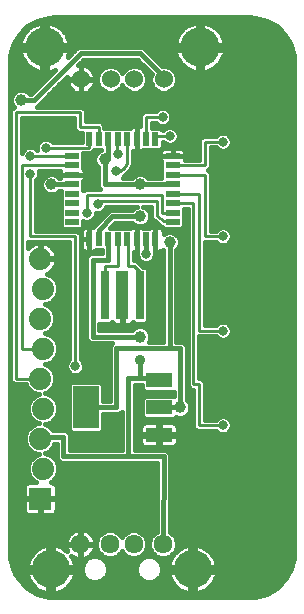
<source format=gtl>
G75*
%MOIN*%
%OFA0B0*%
%FSLAX25Y25*%
%IPPOS*%
%LPD*%
%AMOC8*
5,1,8,0,0,1.08239X$1,22.5*
%
%ADD10R,0.08800X0.04800*%
%ADD11R,0.08661X0.14173*%
%ADD12R,0.07400X0.07400*%
%ADD13C,0.07400*%
%ADD14R,0.01969X0.04724*%
%ADD15R,0.04724X0.01969*%
%ADD16C,0.06022*%
%ADD17C,0.13055*%
%ADD18C,0.06337*%
%ADD19C,0.12661*%
%ADD20R,0.02756X0.16142*%
%ADD21R,0.03937X0.16142*%
%ADD22C,0.03175*%
%ADD23C,0.01000*%
%ADD24C,0.01600*%
%ADD25C,0.03962*%
%ADD26C,0.03569*%
D10*
X0053370Y0116316D03*
X0053370Y0125416D03*
X0053370Y0134516D03*
D11*
X0028969Y0125416D03*
D12*
X0013780Y0095022D03*
D13*
X0014780Y0105022D03*
X0013780Y0115022D03*
X0014780Y0125022D03*
X0013780Y0135022D03*
X0014780Y0145022D03*
X0013780Y0155022D03*
X0014780Y0165022D03*
X0013808Y0175022D03*
D14*
X0030146Y0181518D03*
X0033296Y0181518D03*
X0036446Y0181518D03*
X0039595Y0181518D03*
X0042745Y0181518D03*
X0045894Y0181518D03*
X0049044Y0181518D03*
X0052194Y0181518D03*
X0052194Y0214983D03*
X0049044Y0214983D03*
X0045894Y0214983D03*
X0042745Y0214983D03*
X0039595Y0214983D03*
X0036446Y0214983D03*
X0033296Y0214983D03*
X0029950Y0214983D03*
D15*
X0024438Y0209274D03*
X0024438Y0206124D03*
X0024438Y0202975D03*
X0024438Y0199825D03*
X0024438Y0196676D03*
X0024438Y0193526D03*
X0024438Y0190376D03*
X0024438Y0187227D03*
X0057902Y0187227D03*
X0057902Y0190376D03*
X0057902Y0193526D03*
X0057902Y0196676D03*
X0057902Y0199825D03*
X0057902Y0202975D03*
X0057902Y0206124D03*
X0057902Y0209274D03*
D16*
X0054950Y0234825D03*
X0045107Y0234825D03*
X0037233Y0234825D03*
X0027391Y0234825D03*
D17*
X0015304Y0245494D03*
X0067036Y0245494D03*
D18*
X0054753Y0079865D03*
X0044910Y0079865D03*
X0037036Y0079865D03*
X0027194Y0079865D03*
D19*
X0017351Y0071479D03*
X0064595Y0071479D03*
D20*
X0047076Y0162817D03*
X0035265Y0162817D03*
D21*
X0041170Y0162817D03*
D22*
X0049044Y0176597D03*
X0039202Y0204156D03*
X0039792Y0210061D03*
X0032902Y0193132D03*
X0029359Y0190376D03*
X0029359Y0208093D03*
X0023454Y0219904D03*
X0015580Y0212030D03*
X0010461Y0209274D03*
X0010461Y0203369D03*
X0019123Y0186636D03*
X0029359Y0145101D03*
X0025422Y0139195D03*
X0029359Y0113605D03*
X0060855Y0109668D03*
X0070304Y0147069D03*
X0074635Y0151006D03*
X0070698Y0178565D03*
X0074635Y0182502D03*
X0074635Y0213998D03*
X0061446Y0183290D03*
X0056918Y0215967D03*
X0054556Y0222266D03*
X0074635Y0119510D03*
D23*
X0066761Y0119510D01*
X0066761Y0133290D01*
X0064792Y0133290D01*
X0064792Y0135258D01*
X0064792Y0193526D01*
X0057902Y0193526D01*
X0057902Y0196676D02*
X0066761Y0196676D01*
X0066761Y0151006D01*
X0074635Y0151006D01*
X0074635Y0182502D02*
X0068729Y0182502D01*
X0068729Y0202975D01*
X0057902Y0202975D01*
X0057902Y0206124D02*
X0068729Y0206124D01*
X0068729Y0213998D01*
X0074635Y0213998D01*
X0057902Y0190376D02*
X0054359Y0190376D01*
X0054359Y0196282D01*
X0029359Y0196282D01*
X0029359Y0190376D01*
X0032902Y0193132D02*
X0032902Y0194313D01*
X0052587Y0194313D01*
X0052587Y0189392D01*
X0054950Y0187424D01*
X0057706Y0187424D01*
X0057902Y0187227D01*
X0052194Y0214983D02*
X0052194Y0215967D01*
X0056918Y0215967D01*
X0054556Y0222266D02*
X0049044Y0222266D01*
X0049044Y0214983D01*
X0042745Y0214983D02*
X0042745Y0207699D01*
X0039792Y0210061D02*
X0039202Y0214589D01*
X0039201Y0214589D02*
X0039203Y0214628D01*
X0039209Y0214666D01*
X0039218Y0214703D01*
X0039231Y0214740D01*
X0039248Y0214775D01*
X0039267Y0214808D01*
X0039290Y0214839D01*
X0039316Y0214868D01*
X0039345Y0214894D01*
X0039376Y0214917D01*
X0039409Y0214936D01*
X0039444Y0214953D01*
X0039481Y0214966D01*
X0039518Y0214975D01*
X0039556Y0214981D01*
X0039595Y0214983D01*
X0042745Y0207699D02*
X0042743Y0207583D01*
X0042737Y0207467D01*
X0042728Y0207352D01*
X0042715Y0207237D01*
X0042698Y0207122D01*
X0042677Y0207008D01*
X0042652Y0206894D01*
X0042624Y0206782D01*
X0042592Y0206671D01*
X0042557Y0206560D01*
X0042518Y0206451D01*
X0042475Y0206343D01*
X0042429Y0206237D01*
X0042380Y0206132D01*
X0042327Y0206029D01*
X0042270Y0205928D01*
X0042211Y0205828D01*
X0042148Y0205731D01*
X0042082Y0205635D01*
X0042013Y0205542D01*
X0041941Y0205451D01*
X0041866Y0205363D01*
X0041788Y0205277D01*
X0041707Y0205194D01*
X0041624Y0205113D01*
X0041538Y0205035D01*
X0041450Y0204960D01*
X0041359Y0204888D01*
X0041266Y0204819D01*
X0041170Y0204753D01*
X0041073Y0204690D01*
X0040974Y0204631D01*
X0040872Y0204574D01*
X0040769Y0204521D01*
X0040664Y0204472D01*
X0040558Y0204426D01*
X0040450Y0204383D01*
X0040341Y0204344D01*
X0040230Y0204309D01*
X0040119Y0204277D01*
X0040007Y0204249D01*
X0039893Y0204224D01*
X0039779Y0204203D01*
X0039664Y0204186D01*
X0039549Y0204173D01*
X0039434Y0204164D01*
X0039318Y0204158D01*
X0039202Y0204156D01*
X0033296Y0214983D02*
X0033296Y0218920D01*
X0026997Y0218920D01*
X0026997Y0223841D01*
X0005737Y0223841D01*
X0005737Y0135022D01*
X0013780Y0135022D01*
X0014780Y0145022D02*
X0007706Y0145022D01*
X0007706Y0206124D01*
X0024438Y0206124D01*
X0024438Y0209274D02*
X0010461Y0209274D01*
X0010461Y0203369D02*
X0010461Y0182502D01*
X0025422Y0182502D01*
X0025422Y0139195D01*
X0035265Y0162817D02*
X0035265Y0172660D01*
X0039595Y0172660D01*
X0039595Y0181518D01*
X0042745Y0181518D02*
X0043139Y0181518D01*
X0043139Y0172660D01*
X0045107Y0172660D01*
X0047076Y0170691D01*
X0047076Y0162817D01*
X0029950Y0212030D02*
X0029950Y0214983D01*
X0029950Y0212030D02*
X0015580Y0212030D01*
X0024438Y0210061D02*
X0024438Y0209274D01*
D24*
X0012800Y0063390D02*
X0016558Y0062383D01*
X0018503Y0062255D01*
X0083522Y0062255D01*
X0085467Y0062383D01*
X0089225Y0063390D01*
X0092594Y0065335D01*
X0095345Y0068086D01*
X0097291Y0071455D01*
X0098298Y0075213D01*
X0098425Y0077158D01*
X0098425Y0240602D01*
X0098298Y0242547D01*
X0097291Y0246305D01*
X0095345Y0249675D01*
X0092594Y0252426D01*
X0089225Y0254371D01*
X0085467Y0255378D01*
X0083522Y0255506D01*
X0018503Y0255506D01*
X0016558Y0255378D01*
X0012800Y0254371D01*
X0009431Y0252426D01*
X0006680Y0249675D01*
X0004734Y0246305D01*
X0004734Y0246305D01*
X0003727Y0242547D01*
X0003600Y0240602D01*
X0003600Y0077158D01*
X0003727Y0075213D01*
X0004734Y0071455D01*
X0006680Y0068086D01*
X0009431Y0065335D01*
X0012800Y0063390D01*
X0012345Y0063652D02*
X0015146Y0063652D01*
X0014732Y0063763D02*
X0015762Y0063487D01*
X0016551Y0063383D01*
X0016551Y0070679D01*
X0009256Y0070679D01*
X0009360Y0069889D01*
X0009635Y0068860D01*
X0010043Y0067875D01*
X0010576Y0066952D01*
X0011225Y0066106D01*
X0011979Y0065353D01*
X0012824Y0064704D01*
X0013747Y0064171D01*
X0014732Y0063763D01*
X0016551Y0063652D02*
X0018151Y0063652D01*
X0018151Y0063383D02*
X0018941Y0063487D01*
X0019970Y0063763D01*
X0020955Y0064171D01*
X0021878Y0064704D01*
X0022724Y0065353D01*
X0023477Y0066106D01*
X0024126Y0066952D01*
X0024659Y0067875D01*
X0025067Y0068860D01*
X0025343Y0069889D01*
X0025447Y0070679D01*
X0018151Y0070679D01*
X0018151Y0072279D01*
X0016551Y0072279D01*
X0016551Y0079574D01*
X0015762Y0079470D01*
X0014732Y0079194D01*
X0013747Y0078787D01*
X0012824Y0078254D01*
X0011979Y0077605D01*
X0011225Y0076851D01*
X0010576Y0076006D01*
X0010043Y0075083D01*
X0009635Y0074098D01*
X0009360Y0073068D01*
X0009256Y0072279D01*
X0016551Y0072279D01*
X0016551Y0070679D01*
X0018151Y0070679D01*
X0018151Y0063383D01*
X0018151Y0065251D02*
X0016551Y0065251D01*
X0016551Y0066849D02*
X0018151Y0066849D01*
X0018151Y0068448D02*
X0016551Y0068448D01*
X0016551Y0070046D02*
X0018151Y0070046D01*
X0018151Y0071645D02*
X0027559Y0071645D01*
X0027559Y0072346D02*
X0027559Y0070612D01*
X0028223Y0069010D01*
X0029449Y0067783D01*
X0031051Y0067120D01*
X0032785Y0067120D01*
X0034387Y0067783D01*
X0035614Y0069010D01*
X0036277Y0070612D01*
X0036277Y0072346D01*
X0035614Y0073948D01*
X0034387Y0075174D01*
X0032785Y0075838D01*
X0031051Y0075838D01*
X0029449Y0075174D01*
X0028223Y0073948D01*
X0027559Y0072346D01*
X0027931Y0073243D02*
X0025296Y0073243D01*
X0025343Y0073068D02*
X0025067Y0074098D01*
X0024659Y0075083D01*
X0024180Y0075913D01*
X0024590Y0075615D01*
X0025286Y0075260D01*
X0026030Y0075018D01*
X0026803Y0074896D01*
X0027009Y0074896D01*
X0027009Y0079680D01*
X0022225Y0079680D01*
X0022225Y0079474D01*
X0022348Y0078701D01*
X0022589Y0077957D01*
X0022816Y0077513D01*
X0022724Y0077605D01*
X0021878Y0078254D01*
X0020955Y0078787D01*
X0019970Y0079194D01*
X0018941Y0079470D01*
X0018151Y0079574D01*
X0018151Y0072279D01*
X0025447Y0072279D01*
X0025343Y0073068D01*
X0024759Y0074842D02*
X0029116Y0074842D01*
X0029101Y0075260D02*
X0029798Y0075615D01*
X0030430Y0076075D01*
X0030983Y0076628D01*
X0031443Y0077260D01*
X0031798Y0077957D01*
X0032040Y0078701D01*
X0032162Y0079474D01*
X0032162Y0079680D01*
X0027378Y0079680D01*
X0027378Y0074896D01*
X0027585Y0074896D01*
X0028357Y0075018D01*
X0029101Y0075260D01*
X0030796Y0076440D02*
X0034000Y0076440D01*
X0034448Y0075992D02*
X0036127Y0075296D01*
X0037945Y0075296D01*
X0039624Y0075992D01*
X0040909Y0077277D01*
X0040973Y0077431D01*
X0041037Y0077277D01*
X0042322Y0075992D01*
X0044001Y0075296D01*
X0045819Y0075296D01*
X0047498Y0075992D01*
X0048783Y0077277D01*
X0049479Y0078956D01*
X0049479Y0080773D01*
X0048783Y0082452D01*
X0047498Y0083738D01*
X0045819Y0084433D01*
X0044001Y0084433D01*
X0037946Y0084433D01*
X0037945Y0084433D02*
X0036127Y0084433D01*
X0029172Y0084433D01*
X0029101Y0084469D02*
X0028357Y0084711D01*
X0027585Y0084833D01*
X0027378Y0084833D01*
X0027378Y0080049D01*
X0027009Y0080049D01*
X0027009Y0079680D01*
X0027378Y0079680D01*
X0027378Y0080049D01*
X0032162Y0080049D01*
X0032162Y0080256D01*
X0032040Y0081028D01*
X0031798Y0081772D01*
X0031443Y0082469D01*
X0030983Y0083101D01*
X0030430Y0083654D01*
X0029798Y0084114D01*
X0029101Y0084469D01*
X0027378Y0084433D02*
X0027009Y0084433D01*
X0027009Y0084833D02*
X0026803Y0084833D01*
X0026030Y0084711D01*
X0025286Y0084469D01*
X0024590Y0084114D01*
X0023957Y0083654D01*
X0023404Y0083101D01*
X0022944Y0082469D01*
X0022589Y0081772D01*
X0022348Y0081028D01*
X0022225Y0080256D01*
X0022225Y0080049D01*
X0027009Y0080049D01*
X0027009Y0084833D01*
X0027009Y0082834D02*
X0027378Y0082834D01*
X0027378Y0081236D02*
X0027009Y0081236D01*
X0027009Y0079637D02*
X0027378Y0079637D01*
X0027378Y0078039D02*
X0027009Y0078039D01*
X0027009Y0076440D02*
X0027378Y0076440D01*
X0027793Y0070046D02*
X0025363Y0070046D01*
X0024896Y0068448D02*
X0028785Y0068448D01*
X0034448Y0075992D02*
X0033163Y0077277D01*
X0032468Y0078956D01*
X0032468Y0080773D01*
X0033163Y0082452D01*
X0034448Y0083738D01*
X0036127Y0084433D01*
X0037945Y0084433D02*
X0039624Y0083738D01*
X0040909Y0082452D01*
X0040973Y0082298D01*
X0041037Y0082452D01*
X0042322Y0083738D01*
X0044001Y0084433D01*
X0045820Y0084433D02*
X0052583Y0084433D01*
X0052580Y0083909D02*
X0052165Y0083738D01*
X0050880Y0082452D01*
X0050184Y0080773D01*
X0050184Y0078956D01*
X0050880Y0077277D01*
X0052165Y0075992D01*
X0053844Y0075296D01*
X0055661Y0075296D01*
X0057341Y0075992D01*
X0058626Y0077277D01*
X0059321Y0078956D01*
X0059321Y0080773D01*
X0058626Y0082452D01*
X0057341Y0083738D01*
X0056980Y0083887D01*
X0057143Y0108199D01*
X0057150Y0108205D01*
X0057150Y0109110D01*
X0057156Y0110013D01*
X0057150Y0110019D01*
X0057150Y0110028D01*
X0056510Y0110667D01*
X0055876Y0111310D01*
X0055867Y0111310D01*
X0055861Y0111317D01*
X0054957Y0111317D01*
X0054053Y0111323D01*
X0054047Y0111317D01*
X0045339Y0111317D01*
X0045339Y0133058D01*
X0047570Y0133058D01*
X0047570Y0131536D01*
X0048390Y0130716D01*
X0058261Y0130716D01*
X0058261Y0129216D01*
X0048390Y0129216D01*
X0047570Y0128396D01*
X0047570Y0122436D01*
X0048390Y0121616D01*
X0058350Y0121616D01*
X0059068Y0122333D01*
X0059789Y0122035D01*
X0061134Y0122035D01*
X0062377Y0122549D01*
X0063328Y0123501D01*
X0063843Y0124743D01*
X0063843Y0126088D01*
X0063328Y0127331D01*
X0062661Y0127997D01*
X0062661Y0146012D01*
X0061373Y0147301D01*
X0059118Y0147301D01*
X0059118Y0177952D01*
X0059784Y0178619D01*
X0060299Y0179861D01*
X0060299Y0181206D01*
X0059784Y0182449D01*
X0058833Y0183400D01*
X0057591Y0183915D01*
X0056246Y0183915D01*
X0055003Y0183400D01*
X0054978Y0183375D01*
X0054978Y0184117D01*
X0054855Y0184575D01*
X0054618Y0184986D01*
X0054283Y0185321D01*
X0053873Y0185558D01*
X0053415Y0185680D01*
X0052194Y0185680D01*
X0052194Y0181518D01*
X0052194Y0177356D01*
X0053415Y0177356D01*
X0053873Y0177479D01*
X0054283Y0177716D01*
X0054618Y0178051D01*
X0054619Y0178052D01*
X0054718Y0177952D01*
X0054718Y0147301D01*
X0050016Y0147301D01*
X0050457Y0148365D01*
X0050457Y0149710D01*
X0049942Y0150953D01*
X0048991Y0151904D01*
X0047748Y0152419D01*
X0046403Y0152419D01*
X0045160Y0151904D01*
X0044494Y0151238D01*
X0033528Y0151238D01*
X0033528Y0153346D01*
X0037222Y0153346D01*
X0037672Y0153796D01*
X0037761Y0153641D01*
X0038096Y0153306D01*
X0038507Y0153069D01*
X0038965Y0152946D01*
X0040986Y0152946D01*
X0040986Y0162633D01*
X0041354Y0162633D01*
X0041354Y0152946D01*
X0043376Y0152946D01*
X0043833Y0153069D01*
X0044244Y0153306D01*
X0044579Y0153641D01*
X0044668Y0153796D01*
X0045118Y0153346D01*
X0049033Y0153346D01*
X0049854Y0154167D01*
X0049854Y0171468D01*
X0049033Y0172288D01*
X0048166Y0172288D01*
X0047863Y0172591D01*
X0045894Y0174560D01*
X0045039Y0174560D01*
X0045039Y0177356D01*
X0045894Y0177356D01*
X0045894Y0181518D01*
X0045895Y0181518D01*
X0045895Y0177356D01*
X0046125Y0177356D01*
X0046057Y0177191D01*
X0046057Y0176003D01*
X0046511Y0174905D01*
X0047352Y0174064D01*
X0048450Y0173609D01*
X0049638Y0173609D01*
X0050736Y0174064D01*
X0051577Y0174905D01*
X0052031Y0176003D01*
X0052031Y0177191D01*
X0051963Y0177356D01*
X0052194Y0177356D01*
X0052194Y0181518D01*
X0052194Y0181518D01*
X0052194Y0181518D01*
X0052194Y0185680D01*
X0050972Y0185680D01*
X0050515Y0185558D01*
X0050104Y0185321D01*
X0050064Y0185280D01*
X0048024Y0185280D01*
X0047984Y0185321D01*
X0047574Y0185558D01*
X0047116Y0185680D01*
X0045895Y0185680D01*
X0045895Y0181518D01*
X0045894Y0181518D01*
X0045894Y0185680D01*
X0044673Y0185680D01*
X0044215Y0185558D01*
X0043805Y0185321D01*
X0043765Y0185280D01*
X0041181Y0185280D01*
X0041170Y0185270D01*
X0041159Y0185280D01*
X0038031Y0185280D01*
X0038020Y0185270D01*
X0038010Y0185280D01*
X0037119Y0185280D01*
X0038762Y0186995D01*
X0044494Y0186995D01*
X0045160Y0186329D01*
X0046403Y0185814D01*
X0047748Y0185814D01*
X0048991Y0186329D01*
X0049942Y0187280D01*
X0050457Y0188523D01*
X0050457Y0189868D01*
X0049942Y0191111D01*
X0048991Y0192062D01*
X0048142Y0192413D01*
X0050687Y0192413D01*
X0050687Y0190080D01*
X0050624Y0190004D01*
X0050687Y0189306D01*
X0050687Y0188605D01*
X0050757Y0188535D01*
X0050766Y0188436D01*
X0051305Y0187988D01*
X0051800Y0187492D01*
X0051900Y0187492D01*
X0053667Y0186019D01*
X0054163Y0185524D01*
X0054262Y0185524D01*
X0054338Y0185460D01*
X0054342Y0185461D01*
X0054960Y0184843D01*
X0060844Y0184843D01*
X0061665Y0185663D01*
X0061665Y0188791D01*
X0061654Y0188802D01*
X0061665Y0188812D01*
X0061665Y0191626D01*
X0062892Y0191626D01*
X0062892Y0132503D01*
X0064005Y0131390D01*
X0064861Y0131390D01*
X0064861Y0118723D01*
X0065974Y0117610D01*
X0072310Y0117610D01*
X0072942Y0116978D01*
X0074040Y0116523D01*
X0075229Y0116523D01*
X0076327Y0116978D01*
X0077167Y0117818D01*
X0077622Y0118916D01*
X0077622Y0120104D01*
X0077167Y0121202D01*
X0076327Y0122043D01*
X0075229Y0122498D01*
X0074040Y0122498D01*
X0072942Y0122043D01*
X0072310Y0121410D01*
X0068661Y0121410D01*
X0068661Y0134077D01*
X0067548Y0135190D01*
X0066692Y0135190D01*
X0066692Y0149106D01*
X0072310Y0149106D01*
X0072942Y0148474D01*
X0074040Y0148019D01*
X0075229Y0148019D01*
X0076327Y0148474D01*
X0077167Y0149314D01*
X0077622Y0150412D01*
X0077622Y0151601D01*
X0077167Y0152699D01*
X0076327Y0153539D01*
X0075229Y0153994D01*
X0074040Y0153994D01*
X0072942Y0153539D01*
X0072310Y0152906D01*
X0068661Y0152906D01*
X0068661Y0180602D01*
X0072310Y0180602D01*
X0072942Y0179970D01*
X0074040Y0179515D01*
X0075229Y0179515D01*
X0076327Y0179970D01*
X0077167Y0180810D01*
X0077622Y0181908D01*
X0077622Y0183097D01*
X0077167Y0184195D01*
X0076327Y0185035D01*
X0075229Y0185490D01*
X0074040Y0185490D01*
X0072942Y0185035D01*
X0072310Y0184402D01*
X0070629Y0184402D01*
X0070629Y0203762D01*
X0069841Y0204550D01*
X0070629Y0205337D01*
X0070629Y0212098D01*
X0072310Y0212098D01*
X0072942Y0211466D01*
X0074040Y0211011D01*
X0075229Y0211011D01*
X0076327Y0211466D01*
X0077167Y0212306D01*
X0077622Y0213404D01*
X0077622Y0214593D01*
X0077167Y0215691D01*
X0076327Y0216531D01*
X0075229Y0216986D01*
X0074040Y0216986D01*
X0072942Y0216531D01*
X0072310Y0215898D01*
X0067942Y0215898D01*
X0066829Y0214785D01*
X0066829Y0208024D01*
X0062057Y0208024D01*
X0062065Y0208053D01*
X0062065Y0209274D01*
X0062065Y0210495D01*
X0061942Y0210953D01*
X0061705Y0211363D01*
X0061370Y0211699D01*
X0060959Y0211936D01*
X0060502Y0212058D01*
X0057902Y0212058D01*
X0055303Y0212058D01*
X0054845Y0211936D01*
X0054435Y0211699D01*
X0054100Y0211363D01*
X0053863Y0210953D01*
X0053740Y0210495D01*
X0053740Y0209274D01*
X0053740Y0208053D01*
X0053863Y0207595D01*
X0054100Y0207185D01*
X0054140Y0207144D01*
X0054140Y0204560D01*
X0054151Y0204550D01*
X0054140Y0204539D01*
X0054140Y0202025D01*
X0049657Y0202025D01*
X0048991Y0202692D01*
X0047748Y0203206D01*
X0046403Y0203206D01*
X0045160Y0202692D01*
X0044494Y0202025D01*
X0041296Y0202025D01*
X0041734Y0202464D01*
X0041931Y0202938D01*
X0042285Y0203085D01*
X0043816Y0204616D01*
X0044645Y0206616D01*
X0044645Y0210828D01*
X0044673Y0210820D01*
X0045894Y0210820D01*
X0045894Y0214983D01*
X0045894Y0219145D01*
X0044673Y0219145D01*
X0044215Y0219022D01*
X0043805Y0218785D01*
X0043765Y0218745D01*
X0041181Y0218745D01*
X0041170Y0218734D01*
X0041159Y0218745D01*
X0038031Y0218745D01*
X0038020Y0218734D01*
X0038010Y0218745D01*
X0035196Y0218745D01*
X0035196Y0219707D01*
X0034083Y0220820D01*
X0028897Y0220820D01*
X0028897Y0224628D01*
X0027784Y0225741D01*
X0012717Y0225741D01*
X0022655Y0235679D01*
X0022580Y0235204D01*
X0022580Y0234931D01*
X0027285Y0234931D01*
X0027285Y0239636D01*
X0027012Y0239636D01*
X0026537Y0239561D01*
X0028302Y0241326D01*
X0046164Y0241326D01*
X0050904Y0236586D01*
X0050539Y0235703D01*
X0050539Y0233948D01*
X0051210Y0232327D01*
X0052451Y0231086D01*
X0054072Y0230414D01*
X0055827Y0230414D01*
X0057448Y0231086D01*
X0058689Y0232327D01*
X0059361Y0233948D01*
X0059361Y0235703D01*
X0058689Y0237324D01*
X0057448Y0238565D01*
X0055827Y0239236D01*
X0054477Y0239236D01*
X0047987Y0245726D01*
X0026479Y0245726D01*
X0025191Y0244437D01*
X0022953Y0242199D01*
X0023206Y0242812D01*
X0023489Y0243866D01*
X0023598Y0244694D01*
X0016104Y0244694D01*
X0016104Y0237200D01*
X0016932Y0237309D01*
X0017986Y0237592D01*
X0018599Y0237846D01*
X0010731Y0229978D01*
X0010287Y0229978D01*
X0009424Y0230841D01*
X0008181Y0231356D01*
X0006836Y0231356D01*
X0005593Y0230841D01*
X0004642Y0229890D01*
X0004128Y0228647D01*
X0004128Y0227302D01*
X0004642Y0226060D01*
X0004961Y0225741D01*
X0004950Y0225741D01*
X0003837Y0224628D01*
X0003837Y0134235D01*
X0004950Y0133122D01*
X0009047Y0133122D01*
X0009457Y0132133D01*
X0010891Y0130698D01*
X0012766Y0129922D01*
X0013283Y0129922D01*
X0011891Y0129346D01*
X0010457Y0127911D01*
X0009680Y0126037D01*
X0009680Y0124008D01*
X0010457Y0122133D01*
X0011891Y0120698D01*
X0013283Y0120122D01*
X0012766Y0120122D01*
X0010891Y0119346D01*
X0009457Y0117911D01*
X0008680Y0116037D01*
X0008680Y0114008D01*
X0009457Y0112133D01*
X0010891Y0110698D01*
X0012766Y0109922D01*
X0013283Y0109922D01*
X0011891Y0109346D01*
X0010457Y0107911D01*
X0009680Y0106037D01*
X0009680Y0104008D01*
X0010457Y0102133D01*
X0011891Y0100698D01*
X0012317Y0100522D01*
X0009843Y0100522D01*
X0009386Y0100399D01*
X0008975Y0100162D01*
X0008640Y0099827D01*
X0008403Y0099417D01*
X0008280Y0098959D01*
X0008280Y0095222D01*
X0013580Y0095222D01*
X0013580Y0094822D01*
X0008280Y0094822D01*
X0008280Y0091085D01*
X0008403Y0090627D01*
X0008640Y0090217D01*
X0008975Y0089882D01*
X0009386Y0089645D01*
X0009843Y0089522D01*
X0013580Y0089522D01*
X0013580Y0094822D01*
X0013980Y0094822D01*
X0013980Y0089522D01*
X0017717Y0089522D01*
X0018175Y0089645D01*
X0018586Y0089882D01*
X0018921Y0090217D01*
X0019158Y0090627D01*
X0019280Y0091085D01*
X0019280Y0094822D01*
X0013980Y0094822D01*
X0013980Y0095222D01*
X0019280Y0095222D01*
X0019280Y0098959D01*
X0019158Y0099417D01*
X0018921Y0099827D01*
X0018586Y0100162D01*
X0018175Y0100399D01*
X0017717Y0100522D01*
X0017243Y0100522D01*
X0017669Y0100698D01*
X0019104Y0102133D01*
X0019880Y0104008D01*
X0019880Y0106037D01*
X0019104Y0107911D01*
X0017669Y0109346D01*
X0015795Y0110122D01*
X0015278Y0110122D01*
X0016669Y0110698D01*
X0018104Y0112133D01*
X0018618Y0113373D01*
X0019285Y0113373D01*
X0019285Y0108205D01*
X0020574Y0106917D01*
X0052735Y0106917D01*
X0052580Y0083909D01*
X0051262Y0082834D02*
X0048401Y0082834D01*
X0049287Y0081236D02*
X0050376Y0081236D01*
X0050184Y0079637D02*
X0049479Y0079637D01*
X0049099Y0078039D02*
X0050564Y0078039D01*
X0051716Y0076440D02*
X0047947Y0076440D01*
X0047559Y0075174D02*
X0046333Y0073948D01*
X0045669Y0072346D01*
X0045669Y0070612D01*
X0046333Y0069010D01*
X0047559Y0067783D01*
X0049161Y0067120D01*
X0050895Y0067120D01*
X0052498Y0067783D01*
X0053724Y0069010D01*
X0054387Y0070612D01*
X0054387Y0072346D01*
X0053724Y0073948D01*
X0052498Y0075174D01*
X0050895Y0075838D01*
X0049161Y0075838D01*
X0047559Y0075174D01*
X0047227Y0074842D02*
X0034720Y0074842D01*
X0035905Y0073243D02*
X0046041Y0073243D01*
X0045669Y0071645D02*
X0036277Y0071645D01*
X0036043Y0070046D02*
X0045904Y0070046D01*
X0046895Y0068448D02*
X0035052Y0068448D01*
X0032848Y0078039D02*
X0031825Y0078039D01*
X0032162Y0079637D02*
X0032468Y0079637D01*
X0032659Y0081236D02*
X0031972Y0081236D01*
X0031177Y0082834D02*
X0033545Y0082834D01*
X0040527Y0082834D02*
X0041419Y0082834D01*
X0041874Y0076440D02*
X0040073Y0076440D01*
X0043139Y0109117D02*
X0021485Y0109117D01*
X0021485Y0115573D01*
X0013780Y0115573D01*
X0013780Y0115022D01*
X0015278Y0119922D02*
X0015795Y0119922D01*
X0017669Y0120698D01*
X0019104Y0122133D01*
X0019880Y0124008D01*
X0019880Y0126037D01*
X0019104Y0127911D01*
X0017669Y0129346D01*
X0015795Y0130122D01*
X0015278Y0130122D01*
X0016669Y0130698D01*
X0018104Y0132133D01*
X0018880Y0134008D01*
X0018880Y0136037D01*
X0018104Y0137911D01*
X0016669Y0139346D01*
X0015278Y0139922D01*
X0015795Y0139922D01*
X0017669Y0140698D01*
X0019104Y0142133D01*
X0019880Y0144008D01*
X0019880Y0146037D01*
X0019104Y0147911D01*
X0017669Y0149346D01*
X0015795Y0150122D01*
X0015278Y0150122D01*
X0016669Y0150698D01*
X0018104Y0152133D01*
X0018880Y0154008D01*
X0018880Y0156037D01*
X0018104Y0157911D01*
X0016669Y0159346D01*
X0015278Y0159922D01*
X0015795Y0159922D01*
X0017669Y0160698D01*
X0019104Y0162133D01*
X0019880Y0164008D01*
X0019880Y0166037D01*
X0019104Y0167911D01*
X0017669Y0169346D01*
X0016077Y0170005D01*
X0016691Y0170318D01*
X0017391Y0170827D01*
X0018003Y0171439D01*
X0018512Y0172139D01*
X0018905Y0172911D01*
X0019172Y0173734D01*
X0019308Y0174589D01*
X0019308Y0174822D01*
X0014008Y0174822D01*
X0014008Y0175222D01*
X0019308Y0175222D01*
X0019308Y0175455D01*
X0019172Y0176310D01*
X0018905Y0177133D01*
X0018512Y0177905D01*
X0018003Y0178605D01*
X0017391Y0179217D01*
X0016691Y0179726D01*
X0015919Y0180119D01*
X0015096Y0180387D01*
X0014241Y0180522D01*
X0014008Y0180522D01*
X0014008Y0175222D01*
X0013608Y0175222D01*
X0013608Y0180522D01*
X0013375Y0180522D01*
X0012520Y0180387D01*
X0011697Y0180119D01*
X0010925Y0179726D01*
X0010225Y0179217D01*
X0009613Y0178605D01*
X0009605Y0178595D01*
X0009605Y0180671D01*
X0009674Y0180602D01*
X0023522Y0180602D01*
X0023522Y0141520D01*
X0022889Y0140888D01*
X0022435Y0139790D01*
X0022435Y0138601D01*
X0022889Y0137503D01*
X0023730Y0136663D01*
X0024828Y0136208D01*
X0026016Y0136208D01*
X0027114Y0136663D01*
X0027955Y0137503D01*
X0028409Y0138601D01*
X0028409Y0139790D01*
X0027955Y0140888D01*
X0027322Y0141520D01*
X0027322Y0183289D01*
X0026209Y0184402D01*
X0012361Y0184402D01*
X0012361Y0201044D01*
X0012994Y0201676D01*
X0013449Y0202774D01*
X0013449Y0203963D01*
X0013340Y0204224D01*
X0020283Y0204224D01*
X0020276Y0204196D01*
X0020276Y0202975D01*
X0024438Y0202975D01*
X0028600Y0202975D01*
X0028600Y0204196D01*
X0028477Y0204654D01*
X0028240Y0205064D01*
X0028200Y0205105D01*
X0028200Y0207689D01*
X0028189Y0207699D01*
X0028200Y0207710D01*
X0028200Y0210130D01*
X0030737Y0210130D01*
X0031827Y0211220D01*
X0033980Y0211220D01*
X0033349Y0210959D01*
X0032398Y0210008D01*
X0031883Y0208765D01*
X0031883Y0207420D01*
X0032398Y0206178D01*
X0033065Y0205511D01*
X0033065Y0198914D01*
X0033797Y0198182D01*
X0030146Y0198182D01*
X0028572Y0198182D01*
X0028200Y0197810D01*
X0028200Y0198240D01*
X0028189Y0198250D01*
X0028200Y0198261D01*
X0028200Y0200845D01*
X0028240Y0200885D01*
X0028477Y0201296D01*
X0028600Y0201754D01*
X0028600Y0202975D01*
X0024438Y0202975D01*
X0024438Y0202975D01*
X0024438Y0202975D01*
X0020276Y0202975D01*
X0020276Y0202025D01*
X0020130Y0202025D01*
X0019463Y0202692D01*
X0018221Y0203206D01*
X0016875Y0203206D01*
X0015633Y0202692D01*
X0014682Y0201740D01*
X0014167Y0200498D01*
X0014167Y0199153D01*
X0014682Y0197910D01*
X0015633Y0196959D01*
X0016875Y0196444D01*
X0018221Y0196444D01*
X0019463Y0196959D01*
X0020130Y0197625D01*
X0020676Y0197625D01*
X0020676Y0195111D01*
X0020686Y0195101D01*
X0020676Y0195090D01*
X0020676Y0191962D01*
X0020686Y0191951D01*
X0020676Y0191941D01*
X0020676Y0188812D01*
X0020686Y0188802D01*
X0020676Y0188791D01*
X0020676Y0185663D01*
X0021496Y0184843D01*
X0027380Y0184843D01*
X0028200Y0185663D01*
X0028200Y0187623D01*
X0028765Y0187389D01*
X0029953Y0187389D01*
X0031051Y0187844D01*
X0031892Y0188684D01*
X0032346Y0189782D01*
X0032346Y0190145D01*
X0033497Y0190145D01*
X0034595Y0190600D01*
X0035435Y0191440D01*
X0035838Y0192413D01*
X0046010Y0192413D01*
X0045160Y0192062D01*
X0044494Y0191395D01*
X0038708Y0191395D01*
X0038688Y0191414D01*
X0037800Y0191395D01*
X0036912Y0191395D01*
X0036893Y0191376D01*
X0036866Y0191375D01*
X0036251Y0190734D01*
X0035624Y0190107D01*
X0035624Y0190079D01*
X0031724Y0186010D01*
X0031389Y0185675D01*
X0031368Y0185680D01*
X0030147Y0185680D01*
X0030147Y0181518D01*
X0030147Y0177356D01*
X0031368Y0177356D01*
X0031825Y0177479D01*
X0032236Y0177716D01*
X0032276Y0177756D01*
X0034246Y0177756D01*
X0034246Y0176828D01*
X0030416Y0176828D01*
X0029128Y0175540D01*
X0029128Y0148127D01*
X0030416Y0146838D01*
X0037827Y0146838D01*
X0037002Y0146012D01*
X0037002Y0127616D01*
X0034700Y0127616D01*
X0034700Y0133082D01*
X0033880Y0133902D01*
X0024059Y0133902D01*
X0023239Y0133082D01*
X0023239Y0117749D01*
X0024059Y0116929D01*
X0033880Y0116929D01*
X0034700Y0117749D01*
X0034700Y0123216D01*
X0040113Y0123216D01*
X0040939Y0124041D01*
X0040939Y0111317D01*
X0023685Y0111317D01*
X0023685Y0116484D01*
X0022396Y0117773D01*
X0018161Y0117773D01*
X0018104Y0117911D01*
X0016669Y0119346D01*
X0015278Y0119922D01*
X0016055Y0119600D02*
X0023239Y0119600D01*
X0023239Y0118002D02*
X0018013Y0118002D01*
X0018169Y0121199D02*
X0023239Y0121199D01*
X0023239Y0122797D02*
X0019379Y0122797D01*
X0019880Y0124396D02*
X0023239Y0124396D01*
X0023239Y0125994D02*
X0019880Y0125994D01*
X0019236Y0127593D02*
X0023239Y0127593D01*
X0023239Y0129191D02*
X0017824Y0129191D01*
X0016760Y0130790D02*
X0023239Y0130790D01*
X0023239Y0132388D02*
X0018209Y0132388D01*
X0018872Y0133987D02*
X0037002Y0133987D01*
X0037002Y0135585D02*
X0018880Y0135585D01*
X0018405Y0137184D02*
X0023209Y0137184D01*
X0022435Y0138782D02*
X0017233Y0138782D01*
X0016902Y0140381D02*
X0022680Y0140381D01*
X0023522Y0141979D02*
X0018950Y0141979D01*
X0019702Y0143578D02*
X0023522Y0143578D01*
X0023522Y0145176D02*
X0019880Y0145176D01*
X0019575Y0146775D02*
X0023522Y0146775D01*
X0023522Y0148373D02*
X0018642Y0148373D01*
X0017541Y0151570D02*
X0023522Y0151570D01*
X0023522Y0149972D02*
X0016158Y0149972D01*
X0018051Y0157964D02*
X0023522Y0157964D01*
X0023522Y0156366D02*
X0018744Y0156366D01*
X0018880Y0154767D02*
X0023522Y0154767D01*
X0023522Y0153169D02*
X0018533Y0153169D01*
X0016145Y0159563D02*
X0023522Y0159563D01*
X0023522Y0161161D02*
X0018132Y0161161D01*
X0019363Y0162760D02*
X0023522Y0162760D01*
X0023522Y0164358D02*
X0019880Y0164358D01*
X0019880Y0165957D02*
X0023522Y0165957D01*
X0023522Y0167555D02*
X0019251Y0167555D01*
X0017861Y0169154D02*
X0023522Y0169154D01*
X0023522Y0170752D02*
X0017288Y0170752D01*
X0018620Y0172351D02*
X0023522Y0172351D01*
X0023522Y0173949D02*
X0019207Y0173949D01*
X0019293Y0175548D02*
X0023522Y0175548D01*
X0023522Y0177146D02*
X0018898Y0177146D01*
X0017863Y0178745D02*
X0023522Y0178745D01*
X0023522Y0180343D02*
X0015229Y0180343D01*
X0014008Y0180343D02*
X0013608Y0180343D01*
X0012387Y0180343D02*
X0009605Y0180343D01*
X0009605Y0178745D02*
X0009753Y0178745D01*
X0012361Y0185139D02*
X0021199Y0185139D01*
X0020676Y0186738D02*
X0012361Y0186738D01*
X0012361Y0188336D02*
X0020676Y0188336D01*
X0020676Y0189935D02*
X0012361Y0189935D01*
X0012361Y0191533D02*
X0020676Y0191533D01*
X0020676Y0193132D02*
X0012361Y0193132D01*
X0012361Y0194730D02*
X0020676Y0194730D01*
X0020676Y0196329D02*
X0012361Y0196329D01*
X0012361Y0197927D02*
X0014675Y0197927D01*
X0014167Y0199526D02*
X0012361Y0199526D01*
X0012442Y0201124D02*
X0014426Y0201124D01*
X0013427Y0202723D02*
X0015708Y0202723D01*
X0017548Y0199825D02*
X0024438Y0199825D01*
X0028200Y0199526D02*
X0033065Y0199526D01*
X0033065Y0201124D02*
X0028378Y0201124D01*
X0028600Y0202723D02*
X0033065Y0202723D01*
X0033065Y0204321D02*
X0028566Y0204321D01*
X0028200Y0205920D02*
X0032656Y0205920D01*
X0031883Y0207518D02*
X0028200Y0207518D01*
X0028200Y0209117D02*
X0032029Y0209117D01*
X0031322Y0210715D02*
X0033105Y0210715D01*
X0035265Y0208093D02*
X0035265Y0199825D01*
X0047076Y0199825D01*
X0057902Y0199825D01*
X0054140Y0202723D02*
X0048916Y0202723D01*
X0045235Y0202723D02*
X0041841Y0202723D01*
X0042285Y0203085D02*
X0042285Y0203085D01*
X0043521Y0204321D02*
X0054140Y0204321D01*
X0054140Y0205920D02*
X0044356Y0205920D01*
X0043816Y0204616D02*
X0043816Y0204616D01*
X0044645Y0207518D02*
X0053907Y0207518D01*
X0053740Y0209117D02*
X0044645Y0209117D01*
X0044645Y0210715D02*
X0053799Y0210715D01*
X0053758Y0211220D02*
X0054578Y0212041D01*
X0054578Y0214067D01*
X0054593Y0214067D01*
X0055226Y0213434D01*
X0056324Y0212980D01*
X0057512Y0212980D01*
X0058610Y0213434D01*
X0059451Y0214275D01*
X0059905Y0215373D01*
X0059905Y0216561D01*
X0059451Y0217659D01*
X0058610Y0218500D01*
X0057512Y0218954D01*
X0056324Y0218954D01*
X0055226Y0218500D01*
X0054593Y0217867D01*
X0054578Y0217867D01*
X0054578Y0217925D01*
X0053758Y0218745D01*
X0050944Y0218745D01*
X0050944Y0220366D01*
X0052231Y0220366D01*
X0052864Y0219734D01*
X0053962Y0219279D01*
X0055150Y0219279D01*
X0056248Y0219734D01*
X0057088Y0220574D01*
X0057543Y0221672D01*
X0057543Y0222860D01*
X0057088Y0223958D01*
X0056248Y0224799D01*
X0055150Y0225254D01*
X0053962Y0225254D01*
X0052864Y0224799D01*
X0052231Y0224166D01*
X0048257Y0224166D01*
X0047144Y0223053D01*
X0047144Y0219137D01*
X0047116Y0219145D01*
X0045895Y0219145D01*
X0045895Y0214983D01*
X0045894Y0214983D01*
X0045895Y0214983D01*
X0045895Y0210820D01*
X0047116Y0210820D01*
X0047574Y0210943D01*
X0047984Y0211180D01*
X0048024Y0211220D01*
X0050608Y0211220D01*
X0050619Y0211231D01*
X0050630Y0211220D01*
X0053758Y0211220D01*
X0054578Y0212314D02*
X0066829Y0212314D01*
X0066829Y0213912D02*
X0059088Y0213912D01*
X0059905Y0215511D02*
X0067554Y0215511D01*
X0066829Y0210715D02*
X0062006Y0210715D01*
X0062065Y0209274D02*
X0057902Y0209274D01*
X0053740Y0209274D01*
X0057902Y0209274D01*
X0057902Y0209274D01*
X0057902Y0212058D01*
X0057902Y0209274D01*
X0057902Y0209274D01*
X0057902Y0209274D01*
X0062065Y0209274D01*
X0062065Y0209117D02*
X0066829Y0209117D01*
X0070070Y0204321D02*
X0098425Y0204321D01*
X0098425Y0202723D02*
X0070629Y0202723D01*
X0070629Y0201124D02*
X0098425Y0201124D01*
X0098425Y0199526D02*
X0070629Y0199526D01*
X0070629Y0197927D02*
X0098425Y0197927D01*
X0098425Y0196329D02*
X0070629Y0196329D01*
X0070629Y0194730D02*
X0098425Y0194730D01*
X0098425Y0193132D02*
X0070629Y0193132D01*
X0070629Y0191533D02*
X0098425Y0191533D01*
X0098425Y0189935D02*
X0070629Y0189935D01*
X0070629Y0188336D02*
X0098425Y0188336D01*
X0098425Y0186738D02*
X0070629Y0186738D01*
X0070629Y0185139D02*
X0073194Y0185139D01*
X0072569Y0180343D02*
X0068661Y0180343D01*
X0068661Y0178745D02*
X0098425Y0178745D01*
X0098425Y0180343D02*
X0076701Y0180343D01*
X0077622Y0181942D02*
X0098425Y0181942D01*
X0098425Y0183540D02*
X0077438Y0183540D01*
X0076076Y0185139D02*
X0098425Y0185139D01*
X0098425Y0177146D02*
X0068661Y0177146D01*
X0068661Y0175548D02*
X0098425Y0175548D01*
X0098425Y0173949D02*
X0068661Y0173949D01*
X0068661Y0172351D02*
X0098425Y0172351D01*
X0098425Y0170752D02*
X0068661Y0170752D01*
X0068661Y0169154D02*
X0098425Y0169154D01*
X0098425Y0167555D02*
X0068661Y0167555D01*
X0068661Y0165957D02*
X0098425Y0165957D01*
X0098425Y0164358D02*
X0068661Y0164358D01*
X0068661Y0162760D02*
X0098425Y0162760D01*
X0098425Y0161161D02*
X0068661Y0161161D01*
X0068661Y0159563D02*
X0098425Y0159563D01*
X0098425Y0157964D02*
X0068661Y0157964D01*
X0068661Y0156366D02*
X0098425Y0156366D01*
X0098425Y0154767D02*
X0068661Y0154767D01*
X0068661Y0153169D02*
X0072572Y0153169D01*
X0073185Y0148373D02*
X0066692Y0148373D01*
X0066692Y0146775D02*
X0098425Y0146775D01*
X0098425Y0148373D02*
X0076084Y0148373D01*
X0077440Y0149972D02*
X0098425Y0149972D01*
X0098425Y0151570D02*
X0077622Y0151570D01*
X0076697Y0153169D02*
X0098425Y0153169D01*
X0098425Y0145176D02*
X0066692Y0145176D01*
X0066692Y0143578D02*
X0098425Y0143578D01*
X0098425Y0141979D02*
X0066692Y0141979D01*
X0066692Y0140381D02*
X0098425Y0140381D01*
X0098425Y0138782D02*
X0066692Y0138782D01*
X0066692Y0137184D02*
X0098425Y0137184D01*
X0098425Y0135585D02*
X0066692Y0135585D01*
X0068661Y0133987D02*
X0098425Y0133987D01*
X0098425Y0132388D02*
X0068661Y0132388D01*
X0068661Y0130790D02*
X0098425Y0130790D01*
X0098425Y0129191D02*
X0068661Y0129191D01*
X0068661Y0127593D02*
X0098425Y0127593D01*
X0098425Y0125994D02*
X0068661Y0125994D01*
X0068661Y0124396D02*
X0098425Y0124396D01*
X0098425Y0122797D02*
X0068661Y0122797D01*
X0065582Y0118002D02*
X0059570Y0118002D01*
X0059570Y0118953D02*
X0059447Y0119411D01*
X0059210Y0119821D01*
X0058875Y0120156D01*
X0058465Y0120393D01*
X0058007Y0120516D01*
X0053770Y0120516D01*
X0053770Y0116716D01*
X0052970Y0116716D01*
X0052970Y0120516D01*
X0048733Y0120516D01*
X0048275Y0120393D01*
X0047865Y0120156D01*
X0047530Y0119821D01*
X0047293Y0119411D01*
X0047170Y0118953D01*
X0047170Y0116716D01*
X0052970Y0116716D01*
X0052970Y0115916D01*
X0047170Y0115916D01*
X0047170Y0113679D01*
X0047293Y0113221D01*
X0047530Y0112811D01*
X0047865Y0112475D01*
X0048275Y0112238D01*
X0048733Y0112116D01*
X0052970Y0112116D01*
X0052970Y0115916D01*
X0053770Y0115916D01*
X0053770Y0116716D01*
X0059570Y0116716D01*
X0059570Y0118953D01*
X0059338Y0119600D02*
X0064861Y0119600D01*
X0064861Y0121199D02*
X0045339Y0121199D01*
X0045339Y0122797D02*
X0047570Y0122797D01*
X0047570Y0124396D02*
X0045339Y0124396D01*
X0045339Y0125994D02*
X0047570Y0125994D01*
X0047570Y0127593D02*
X0045339Y0127593D01*
X0045339Y0129191D02*
X0048366Y0129191D01*
X0048316Y0130790D02*
X0045339Y0130790D01*
X0045339Y0132388D02*
X0047570Y0132388D01*
X0047076Y0135258D02*
X0047076Y0141164D01*
X0047076Y0135258D02*
X0051402Y0135258D01*
X0053370Y0134516D01*
X0053370Y0125416D02*
X0060461Y0125416D01*
X0060461Y0145101D01*
X0056918Y0145101D01*
X0039202Y0145101D01*
X0039202Y0125416D01*
X0028969Y0125416D01*
X0027635Y0137184D02*
X0037002Y0137184D01*
X0037002Y0138782D02*
X0028409Y0138782D01*
X0028165Y0140381D02*
X0037002Y0140381D01*
X0037002Y0141979D02*
X0027322Y0141979D01*
X0027322Y0143578D02*
X0037002Y0143578D01*
X0037002Y0145176D02*
X0027322Y0145176D01*
X0027322Y0146775D02*
X0037764Y0146775D01*
X0038334Y0153169D02*
X0033528Y0153169D01*
X0033528Y0151570D02*
X0044826Y0151570D01*
X0044006Y0153169D02*
X0054718Y0153169D01*
X0054718Y0154767D02*
X0049854Y0154767D01*
X0049854Y0156366D02*
X0054718Y0156366D01*
X0054718Y0157964D02*
X0049854Y0157964D01*
X0049854Y0159563D02*
X0054718Y0159563D01*
X0054718Y0161161D02*
X0049854Y0161161D01*
X0049854Y0162760D02*
X0054718Y0162760D01*
X0054718Y0164358D02*
X0049854Y0164358D01*
X0049854Y0165957D02*
X0054718Y0165957D01*
X0054718Y0167555D02*
X0049854Y0167555D01*
X0049854Y0169154D02*
X0054718Y0169154D01*
X0054718Y0170752D02*
X0049854Y0170752D01*
X0048103Y0172351D02*
X0054718Y0172351D01*
X0054718Y0173949D02*
X0050459Y0173949D01*
X0051843Y0175548D02*
X0054718Y0175548D01*
X0054718Y0177146D02*
X0052031Y0177146D01*
X0052194Y0178745D02*
X0052194Y0178745D01*
X0052194Y0180343D02*
X0052194Y0180343D01*
X0052194Y0181942D02*
X0052194Y0181942D01*
X0052194Y0183540D02*
X0052194Y0183540D01*
X0052194Y0185139D02*
X0052194Y0185139D01*
X0052805Y0186738D02*
X0049399Y0186738D01*
X0050379Y0188336D02*
X0050887Y0188336D01*
X0050630Y0189935D02*
X0050429Y0189935D01*
X0050687Y0191533D02*
X0049519Y0191533D01*
X0047076Y0189195D02*
X0037824Y0189195D01*
X0033296Y0184471D01*
X0033296Y0181518D01*
X0032421Y0186738D02*
X0028200Y0186738D01*
X0028467Y0185558D02*
X0028057Y0185321D01*
X0027722Y0184986D01*
X0027485Y0184575D01*
X0027362Y0184117D01*
X0027362Y0181518D01*
X0027362Y0178919D01*
X0027485Y0178461D01*
X0027722Y0178051D01*
X0028057Y0177716D01*
X0028467Y0177479D01*
X0028925Y0177356D01*
X0030146Y0177356D01*
X0030146Y0181518D01*
X0027362Y0181518D01*
X0030146Y0181518D01*
X0030146Y0181518D01*
X0030147Y0181518D01*
X0030146Y0181518D01*
X0030146Y0185680D01*
X0028925Y0185680D01*
X0028467Y0185558D01*
X0027875Y0185139D02*
X0027676Y0185139D01*
X0027362Y0183540D02*
X0027071Y0183540D01*
X0027322Y0181942D02*
X0027362Y0181942D01*
X0027322Y0180343D02*
X0027362Y0180343D01*
X0027322Y0178745D02*
X0027409Y0178745D01*
X0027322Y0177146D02*
X0034246Y0177146D01*
X0036446Y0174628D02*
X0036446Y0181518D01*
X0038515Y0186738D02*
X0044752Y0186738D01*
X0045894Y0185139D02*
X0045895Y0185139D01*
X0045894Y0183540D02*
X0045895Y0183540D01*
X0045894Y0181942D02*
X0045895Y0181942D01*
X0045894Y0180343D02*
X0045895Y0180343D01*
X0045894Y0178745D02*
X0045895Y0178745D01*
X0046057Y0177146D02*
X0045039Y0177146D01*
X0045039Y0175548D02*
X0046245Y0175548D01*
X0046504Y0173949D02*
X0047629Y0173949D01*
X0049044Y0176597D02*
X0049044Y0181518D01*
X0054978Y0183540D02*
X0055342Y0183540D01*
X0054664Y0185139D02*
X0054465Y0185139D01*
X0056918Y0180534D02*
X0056918Y0145101D01*
X0054718Y0148373D02*
X0050457Y0148373D01*
X0050348Y0149972D02*
X0054718Y0149972D01*
X0054718Y0151570D02*
X0049325Y0151570D01*
X0047076Y0149038D02*
X0031328Y0149038D01*
X0031328Y0174628D01*
X0036446Y0174628D01*
X0033953Y0188336D02*
X0031544Y0188336D01*
X0032346Y0189935D02*
X0035485Y0189935D01*
X0035473Y0191533D02*
X0044632Y0191533D01*
X0045894Y0212314D02*
X0045895Y0212314D01*
X0045894Y0213912D02*
X0045895Y0213912D01*
X0045894Y0215511D02*
X0045895Y0215511D01*
X0045894Y0217109D02*
X0045895Y0217109D01*
X0045894Y0218708D02*
X0045895Y0218708D01*
X0047144Y0220306D02*
X0034596Y0220306D01*
X0036446Y0214983D02*
X0036446Y0208093D01*
X0035265Y0208093D01*
X0028897Y0221905D02*
X0047144Y0221905D01*
X0047594Y0223503D02*
X0028897Y0223503D01*
X0028423Y0225102D02*
X0053595Y0225102D01*
X0055516Y0225102D02*
X0098425Y0225102D01*
X0098425Y0226700D02*
X0013676Y0226700D01*
X0015275Y0228299D02*
X0098425Y0228299D01*
X0098425Y0229897D02*
X0016873Y0229897D01*
X0018472Y0231496D02*
X0023916Y0231496D01*
X0023721Y0231691D02*
X0024256Y0231156D01*
X0024869Y0230710D01*
X0025544Y0230367D01*
X0026264Y0230133D01*
X0027012Y0230014D01*
X0027285Y0230014D01*
X0027285Y0234720D01*
X0022580Y0234720D01*
X0022580Y0234447D01*
X0022698Y0233699D01*
X0022932Y0232978D01*
X0023276Y0232304D01*
X0023721Y0231691D01*
X0022894Y0233094D02*
X0020070Y0233094D01*
X0021669Y0234693D02*
X0022580Y0234693D01*
X0023154Y0242685D02*
X0023439Y0242685D01*
X0023544Y0244284D02*
X0025037Y0244284D01*
X0023598Y0246294D02*
X0023489Y0247123D01*
X0023206Y0248177D01*
X0022789Y0249186D01*
X0022243Y0250131D01*
X0021578Y0250997D01*
X0020806Y0251769D01*
X0019940Y0252433D01*
X0018995Y0252979D01*
X0017986Y0253397D01*
X0016932Y0253680D01*
X0016104Y0253789D01*
X0016104Y0246295D01*
X0014504Y0246295D01*
X0014504Y0253789D01*
X0013676Y0253680D01*
X0012621Y0253397D01*
X0011613Y0252979D01*
X0010667Y0252433D01*
X0009801Y0251769D01*
X0009030Y0250997D01*
X0008365Y0250131D01*
X0007819Y0249186D01*
X0007401Y0248177D01*
X0007119Y0247123D01*
X0007010Y0246294D01*
X0014504Y0246294D01*
X0014504Y0244694D01*
X0016104Y0244694D01*
X0016104Y0246294D01*
X0023598Y0246294D01*
X0023393Y0247481D02*
X0058947Y0247481D01*
X0058851Y0247123D02*
X0059134Y0248177D01*
X0059551Y0249186D01*
X0060097Y0250131D01*
X0060762Y0250997D01*
X0061534Y0251769D01*
X0062400Y0252433D01*
X0063345Y0252979D01*
X0064354Y0253397D01*
X0065408Y0253680D01*
X0066236Y0253789D01*
X0066236Y0246295D01*
X0067836Y0246295D01*
X0067836Y0253789D01*
X0068664Y0253680D01*
X0069719Y0253397D01*
X0070727Y0252979D01*
X0071673Y0252433D01*
X0072539Y0251769D01*
X0073311Y0250997D01*
X0073975Y0250131D01*
X0074521Y0249186D01*
X0074939Y0248177D01*
X0075221Y0247123D01*
X0075330Y0246294D01*
X0067836Y0246294D01*
X0067836Y0244694D01*
X0067836Y0237200D01*
X0068664Y0237309D01*
X0069719Y0237592D01*
X0070727Y0238010D01*
X0071673Y0238556D01*
X0072539Y0239220D01*
X0073311Y0239992D01*
X0073975Y0240858D01*
X0074521Y0241803D01*
X0074939Y0242812D01*
X0075221Y0243866D01*
X0075330Y0244694D01*
X0067836Y0244694D01*
X0066236Y0244694D01*
X0066236Y0237200D01*
X0065408Y0237309D01*
X0064354Y0237592D01*
X0063345Y0238010D01*
X0062400Y0238556D01*
X0061534Y0239220D01*
X0060762Y0239992D01*
X0060097Y0240858D01*
X0059551Y0241803D01*
X0059134Y0242812D01*
X0058851Y0243866D01*
X0058742Y0244694D01*
X0066236Y0244694D01*
X0066236Y0246294D01*
X0058742Y0246294D01*
X0058851Y0247123D01*
X0059507Y0249079D02*
X0022833Y0249079D01*
X0021823Y0250678D02*
X0060517Y0250678D01*
X0062195Y0252276D02*
X0020145Y0252276D01*
X0018015Y0255473D02*
X0084010Y0255473D01*
X0090084Y0253875D02*
X0011941Y0253875D01*
X0010463Y0252276D02*
X0009281Y0252276D01*
X0008785Y0250678D02*
X0007683Y0250678D01*
X0007775Y0249079D02*
X0006336Y0249079D01*
X0007215Y0247481D02*
X0005413Y0247481D01*
X0004621Y0245882D02*
X0014504Y0245882D01*
X0014504Y0244694D02*
X0007010Y0244694D01*
X0007119Y0243866D01*
X0007401Y0242812D01*
X0007819Y0241803D01*
X0008365Y0240858D01*
X0009030Y0239992D01*
X0009801Y0239220D01*
X0010667Y0238556D01*
X0011613Y0238010D01*
X0012621Y0237592D01*
X0013676Y0237309D01*
X0014504Y0237200D01*
X0014504Y0244694D01*
X0014504Y0244284D02*
X0016104Y0244284D01*
X0016104Y0245882D02*
X0066236Y0245882D01*
X0066236Y0244284D02*
X0067836Y0244284D01*
X0067836Y0245882D02*
X0097404Y0245882D01*
X0097832Y0244284D02*
X0075276Y0244284D01*
X0074886Y0242685D02*
X0098261Y0242685D01*
X0098393Y0241087D02*
X0074107Y0241087D01*
X0072807Y0239488D02*
X0098425Y0239488D01*
X0098425Y0237890D02*
X0070438Y0237890D01*
X0067836Y0237890D02*
X0066236Y0237890D01*
X0066236Y0239488D02*
X0067836Y0239488D01*
X0067836Y0241087D02*
X0066236Y0241087D01*
X0066236Y0242685D02*
X0067836Y0242685D01*
X0067836Y0247481D02*
X0066236Y0247481D01*
X0066236Y0249079D02*
X0067836Y0249079D01*
X0067836Y0250678D02*
X0066236Y0250678D01*
X0066236Y0252276D02*
X0067836Y0252276D01*
X0071877Y0252276D02*
X0092744Y0252276D01*
X0094342Y0250678D02*
X0073555Y0250678D01*
X0074565Y0249079D02*
X0095689Y0249079D01*
X0096612Y0247481D02*
X0075125Y0247481D01*
X0063634Y0237890D02*
X0058123Y0237890D01*
X0059117Y0236291D02*
X0098425Y0236291D01*
X0098425Y0234693D02*
X0059361Y0234693D01*
X0059007Y0233094D02*
X0098425Y0233094D01*
X0098425Y0231496D02*
X0057858Y0231496D01*
X0054950Y0234825D02*
X0054950Y0235652D01*
X0047076Y0243526D01*
X0027391Y0243526D01*
X0011643Y0227778D01*
X0007706Y0227778D01*
X0007509Y0227975D01*
X0007637Y0221941D02*
X0025097Y0221941D01*
X0025097Y0218133D01*
X0026210Y0217020D01*
X0027565Y0217020D01*
X0027565Y0213930D01*
X0017904Y0213930D01*
X0017272Y0214563D01*
X0016174Y0215017D01*
X0014985Y0215017D01*
X0013887Y0214563D01*
X0013047Y0213722D01*
X0012592Y0212624D01*
X0012592Y0211436D01*
X0012640Y0211320D01*
X0012154Y0211807D01*
X0011056Y0212261D01*
X0009867Y0212261D01*
X0008769Y0211807D01*
X0007929Y0210966D01*
X0007637Y0210262D01*
X0007637Y0221941D01*
X0007637Y0221905D02*
X0025097Y0221905D01*
X0025097Y0220306D02*
X0007637Y0220306D01*
X0007637Y0218708D02*
X0025097Y0218708D01*
X0026120Y0217109D02*
X0007637Y0217109D01*
X0007637Y0215511D02*
X0027565Y0215511D01*
X0027496Y0230014D02*
X0027769Y0230014D01*
X0028517Y0230133D01*
X0029237Y0230367D01*
X0029912Y0230710D01*
X0030525Y0231156D01*
X0031060Y0231691D01*
X0031505Y0232304D01*
X0031849Y0232978D01*
X0032083Y0233699D01*
X0032202Y0234447D01*
X0032202Y0234720D01*
X0027496Y0234720D01*
X0027496Y0234931D01*
X0027285Y0234931D01*
X0027285Y0234720D01*
X0027496Y0234720D01*
X0027496Y0230014D01*
X0027496Y0231496D02*
X0027285Y0231496D01*
X0027285Y0233094D02*
X0027496Y0233094D01*
X0027496Y0234693D02*
X0027285Y0234693D01*
X0027496Y0234931D02*
X0032202Y0234931D01*
X0032202Y0235204D01*
X0032083Y0235952D01*
X0031849Y0236672D01*
X0031505Y0237347D01*
X0031060Y0237959D01*
X0030525Y0238495D01*
X0029912Y0238940D01*
X0029237Y0239284D01*
X0028517Y0239518D01*
X0027769Y0239636D01*
X0027496Y0239636D01*
X0027496Y0234931D01*
X0027496Y0236291D02*
X0027285Y0236291D01*
X0027285Y0237890D02*
X0027496Y0237890D01*
X0027496Y0239488D02*
X0027285Y0239488D01*
X0028063Y0241087D02*
X0046403Y0241087D01*
X0045984Y0239236D02*
X0044230Y0239236D01*
X0042608Y0238565D01*
X0041368Y0237324D01*
X0041170Y0236847D01*
X0040973Y0237324D01*
X0039732Y0238565D01*
X0038110Y0239236D01*
X0036356Y0239236D01*
X0034734Y0238565D01*
X0033494Y0237324D01*
X0032822Y0235703D01*
X0032822Y0233948D01*
X0033494Y0232327D01*
X0034734Y0231086D01*
X0036356Y0230414D01*
X0038110Y0230414D01*
X0039732Y0231086D01*
X0040973Y0232327D01*
X0041170Y0232803D01*
X0041368Y0232327D01*
X0042608Y0231086D01*
X0044230Y0230414D01*
X0045984Y0230414D01*
X0047606Y0231086D01*
X0048847Y0232327D01*
X0049518Y0233948D01*
X0049518Y0235703D01*
X0048847Y0237324D01*
X0047606Y0238565D01*
X0045984Y0239236D01*
X0048002Y0239488D02*
X0028607Y0239488D01*
X0031111Y0237890D02*
X0034060Y0237890D01*
X0033066Y0236291D02*
X0031973Y0236291D01*
X0032202Y0234693D02*
X0032822Y0234693D01*
X0033176Y0233094D02*
X0031887Y0233094D01*
X0030865Y0231496D02*
X0034324Y0231496D01*
X0040142Y0231496D02*
X0042198Y0231496D01*
X0041934Y0237890D02*
X0040407Y0237890D01*
X0048281Y0237890D02*
X0049600Y0237890D01*
X0049274Y0236291D02*
X0050782Y0236291D01*
X0050539Y0234693D02*
X0049518Y0234693D01*
X0049165Y0233094D02*
X0050892Y0233094D01*
X0052041Y0231496D02*
X0048016Y0231496D01*
X0052626Y0241087D02*
X0059965Y0241087D01*
X0059186Y0242685D02*
X0051027Y0242685D01*
X0049429Y0244284D02*
X0058796Y0244284D01*
X0061265Y0239488D02*
X0054224Y0239488D01*
X0057277Y0223503D02*
X0098425Y0223503D01*
X0098425Y0221905D02*
X0057543Y0221905D01*
X0056821Y0220306D02*
X0098425Y0220306D01*
X0098425Y0218708D02*
X0058108Y0218708D01*
X0059678Y0217109D02*
X0098425Y0217109D01*
X0098425Y0215511D02*
X0077242Y0215511D01*
X0077622Y0213912D02*
X0098425Y0213912D01*
X0098425Y0212314D02*
X0077170Y0212314D01*
X0070629Y0210715D02*
X0098425Y0210715D01*
X0098425Y0209117D02*
X0070629Y0209117D01*
X0070629Y0207518D02*
X0098425Y0207518D01*
X0098425Y0205920D02*
X0070629Y0205920D01*
X0062892Y0191533D02*
X0061665Y0191533D01*
X0061665Y0189935D02*
X0062892Y0189935D01*
X0062892Y0188336D02*
X0061665Y0188336D01*
X0061665Y0186738D02*
X0062892Y0186738D01*
X0062892Y0185139D02*
X0061141Y0185139D01*
X0059995Y0181942D02*
X0062892Y0181942D01*
X0062892Y0183540D02*
X0058495Y0183540D01*
X0059837Y0178745D02*
X0062892Y0178745D01*
X0062892Y0180343D02*
X0060299Y0180343D01*
X0059118Y0177146D02*
X0062892Y0177146D01*
X0062892Y0175548D02*
X0059118Y0175548D01*
X0059118Y0173949D02*
X0062892Y0173949D01*
X0062892Y0172351D02*
X0059118Y0172351D01*
X0059118Y0170752D02*
X0062892Y0170752D01*
X0062892Y0169154D02*
X0059118Y0169154D01*
X0059118Y0167555D02*
X0062892Y0167555D01*
X0062892Y0165957D02*
X0059118Y0165957D01*
X0059118Y0164358D02*
X0062892Y0164358D01*
X0062892Y0162760D02*
X0059118Y0162760D01*
X0059118Y0161161D02*
X0062892Y0161161D01*
X0062892Y0159563D02*
X0059118Y0159563D01*
X0059118Y0157964D02*
X0062892Y0157964D01*
X0062892Y0156366D02*
X0059118Y0156366D01*
X0059118Y0154767D02*
X0062892Y0154767D01*
X0062892Y0153169D02*
X0059118Y0153169D01*
X0059118Y0151570D02*
X0062892Y0151570D01*
X0062892Y0149972D02*
X0059118Y0149972D01*
X0059118Y0148373D02*
X0062892Y0148373D01*
X0062892Y0146775D02*
X0061899Y0146775D01*
X0062661Y0145176D02*
X0062892Y0145176D01*
X0062892Y0143578D02*
X0062661Y0143578D01*
X0062661Y0141979D02*
X0062892Y0141979D01*
X0062892Y0140381D02*
X0062661Y0140381D01*
X0062661Y0138782D02*
X0062892Y0138782D01*
X0062892Y0137184D02*
X0062661Y0137184D01*
X0062661Y0135585D02*
X0062892Y0135585D01*
X0062892Y0133987D02*
X0062661Y0133987D01*
X0062661Y0132388D02*
X0063007Y0132388D01*
X0062661Y0130790D02*
X0064861Y0130790D01*
X0064861Y0129191D02*
X0062661Y0129191D01*
X0063066Y0127593D02*
X0064861Y0127593D01*
X0064861Y0125994D02*
X0063843Y0125994D01*
X0063699Y0124396D02*
X0064861Y0124396D01*
X0064861Y0122797D02*
X0062624Y0122797D01*
X0059570Y0115916D02*
X0059570Y0113679D01*
X0059447Y0113221D01*
X0059210Y0112811D01*
X0058875Y0112475D01*
X0058465Y0112238D01*
X0058007Y0112116D01*
X0053770Y0112116D01*
X0053770Y0115916D01*
X0059570Y0115916D01*
X0059570Y0114805D02*
X0098425Y0114805D01*
X0098425Y0116403D02*
X0053770Y0116403D01*
X0052970Y0116403D02*
X0045339Y0116403D01*
X0045339Y0114805D02*
X0047170Y0114805D01*
X0047301Y0113206D02*
X0045339Y0113206D01*
X0045339Y0111607D02*
X0098425Y0111607D01*
X0098425Y0110009D02*
X0057156Y0110009D01*
X0057150Y0108410D02*
X0098425Y0108410D01*
X0098425Y0106812D02*
X0057134Y0106812D01*
X0057123Y0105213D02*
X0098425Y0105213D01*
X0098425Y0103615D02*
X0057113Y0103615D01*
X0057102Y0102016D02*
X0098425Y0102016D01*
X0098425Y0100418D02*
X0057091Y0100418D01*
X0057080Y0098819D02*
X0098425Y0098819D01*
X0098425Y0097221D02*
X0057070Y0097221D01*
X0057059Y0095622D02*
X0098425Y0095622D01*
X0098425Y0094024D02*
X0057048Y0094024D01*
X0057037Y0092425D02*
X0098425Y0092425D01*
X0098425Y0090827D02*
X0057027Y0090827D01*
X0057016Y0089228D02*
X0098425Y0089228D01*
X0098425Y0087630D02*
X0057005Y0087630D01*
X0056994Y0086031D02*
X0098425Y0086031D01*
X0098425Y0084433D02*
X0056984Y0084433D01*
X0058244Y0082834D02*
X0098425Y0082834D01*
X0098425Y0081236D02*
X0059130Y0081236D01*
X0059321Y0079637D02*
X0098425Y0079637D01*
X0098425Y0078039D02*
X0069402Y0078039D01*
X0069122Y0078254D02*
X0069968Y0077605D01*
X0070721Y0076851D01*
X0071370Y0076006D01*
X0071903Y0075083D01*
X0072311Y0074098D01*
X0072587Y0073068D01*
X0072691Y0072279D01*
X0065395Y0072279D01*
X0063795Y0072279D01*
X0063795Y0079574D01*
X0063006Y0079470D01*
X0061976Y0079194D01*
X0060991Y0078787D01*
X0060068Y0078254D01*
X0059223Y0077605D01*
X0058469Y0076851D01*
X0057820Y0076006D01*
X0057287Y0075083D01*
X0056880Y0074098D01*
X0056604Y0073068D01*
X0056500Y0072279D01*
X0063795Y0072279D01*
X0063795Y0070679D01*
X0056500Y0070679D01*
X0056604Y0069889D01*
X0056880Y0068860D01*
X0057287Y0067875D01*
X0057820Y0066952D01*
X0058469Y0066106D01*
X0059223Y0065353D01*
X0060068Y0064704D01*
X0060991Y0064171D01*
X0061976Y0063763D01*
X0063006Y0063487D01*
X0063795Y0063383D01*
X0063795Y0070679D01*
X0065395Y0070679D01*
X0065395Y0063383D01*
X0066185Y0063487D01*
X0067214Y0063763D01*
X0068199Y0064171D01*
X0069122Y0064704D01*
X0069968Y0065353D01*
X0070721Y0066106D01*
X0071370Y0066952D01*
X0071903Y0067875D01*
X0072311Y0068860D01*
X0072587Y0069889D01*
X0072691Y0070679D01*
X0065395Y0070679D01*
X0065395Y0072279D01*
X0065395Y0079574D01*
X0066185Y0079470D01*
X0067214Y0079194D01*
X0068199Y0078787D01*
X0069122Y0078254D01*
X0071037Y0076440D02*
X0098378Y0076440D01*
X0098198Y0074842D02*
X0072003Y0074842D01*
X0072540Y0073243D02*
X0097770Y0073243D01*
X0097342Y0071645D02*
X0065395Y0071645D01*
X0065395Y0073243D02*
X0063795Y0073243D01*
X0063795Y0071645D02*
X0054387Y0071645D01*
X0054153Y0070046D02*
X0056583Y0070046D01*
X0057050Y0068448D02*
X0053162Y0068448D01*
X0054016Y0073243D02*
X0056651Y0073243D01*
X0057188Y0074842D02*
X0052830Y0074842D01*
X0054753Y0079865D02*
X0054950Y0109117D01*
X0043139Y0109117D01*
X0043139Y0135258D01*
X0047076Y0135258D01*
X0040939Y0122797D02*
X0034700Y0122797D01*
X0034700Y0121199D02*
X0040939Y0121199D01*
X0040939Y0119600D02*
X0034700Y0119600D01*
X0034700Y0118002D02*
X0040939Y0118002D01*
X0040939Y0116403D02*
X0023685Y0116403D01*
X0023685Y0114805D02*
X0040939Y0114805D01*
X0040939Y0113206D02*
X0023685Y0113206D01*
X0023685Y0111607D02*
X0040939Y0111607D01*
X0045339Y0118002D02*
X0047170Y0118002D01*
X0047402Y0119600D02*
X0045339Y0119600D01*
X0052970Y0119600D02*
X0053770Y0119600D01*
X0053770Y0118002D02*
X0052970Y0118002D01*
X0052970Y0114805D02*
X0053770Y0114805D01*
X0053770Y0113206D02*
X0052970Y0113206D01*
X0052734Y0106812D02*
X0019559Y0106812D01*
X0019285Y0108410D02*
X0018604Y0108410D01*
X0019285Y0110009D02*
X0016068Y0110009D01*
X0017578Y0111607D02*
X0019285Y0111607D01*
X0019285Y0113206D02*
X0018548Y0113206D01*
X0019880Y0105213D02*
X0052723Y0105213D01*
X0052713Y0103615D02*
X0019718Y0103615D01*
X0018987Y0102016D02*
X0052702Y0102016D01*
X0052691Y0100418D02*
X0018106Y0100418D01*
X0019280Y0098819D02*
X0052680Y0098819D01*
X0052670Y0097221D02*
X0019280Y0097221D01*
X0019280Y0095622D02*
X0052659Y0095622D01*
X0052648Y0094024D02*
X0019280Y0094024D01*
X0019280Y0092425D02*
X0052637Y0092425D01*
X0052626Y0090827D02*
X0019211Y0090827D01*
X0022415Y0081236D02*
X0003600Y0081236D01*
X0003600Y0082834D02*
X0023210Y0082834D01*
X0022225Y0079637D02*
X0003600Y0079637D01*
X0003600Y0078039D02*
X0012544Y0078039D01*
X0010910Y0076440D02*
X0003647Y0076440D01*
X0003827Y0074842D02*
X0009944Y0074842D01*
X0009406Y0073243D02*
X0004255Y0073243D01*
X0004684Y0071645D02*
X0016551Y0071645D01*
X0016551Y0073243D02*
X0018151Y0073243D01*
X0018151Y0074842D02*
X0016551Y0074842D01*
X0016551Y0076440D02*
X0018151Y0076440D01*
X0018151Y0078039D02*
X0016551Y0078039D01*
X0013980Y0090827D02*
X0013580Y0090827D01*
X0013580Y0092425D02*
X0013980Y0092425D01*
X0013980Y0094024D02*
X0013580Y0094024D01*
X0010573Y0102016D02*
X0003600Y0102016D01*
X0003600Y0100418D02*
X0009455Y0100418D01*
X0008280Y0098819D02*
X0003600Y0098819D01*
X0003600Y0097221D02*
X0008280Y0097221D01*
X0008280Y0095622D02*
X0003600Y0095622D01*
X0003600Y0094024D02*
X0008280Y0094024D01*
X0008280Y0092425D02*
X0003600Y0092425D01*
X0003600Y0090827D02*
X0008349Y0090827D01*
X0003600Y0089228D02*
X0052616Y0089228D01*
X0052605Y0087630D02*
X0003600Y0087630D01*
X0003600Y0086031D02*
X0052594Y0086031D01*
X0057789Y0076440D02*
X0058154Y0076440D01*
X0058941Y0078039D02*
X0059788Y0078039D01*
X0063795Y0078039D02*
X0065395Y0078039D01*
X0065395Y0076440D02*
X0063795Y0076440D01*
X0063795Y0074842D02*
X0065395Y0074842D01*
X0065395Y0070046D02*
X0063795Y0070046D01*
X0063795Y0068448D02*
X0065395Y0068448D01*
X0065395Y0066849D02*
X0063795Y0066849D01*
X0063795Y0065251D02*
X0065395Y0065251D01*
X0065395Y0063652D02*
X0063795Y0063652D01*
X0062390Y0063652D02*
X0019557Y0063652D01*
X0022591Y0065251D02*
X0059356Y0065251D01*
X0057899Y0066849D02*
X0024047Y0066849D01*
X0022563Y0078039D02*
X0022158Y0078039D01*
X0025215Y0084433D02*
X0003600Y0084433D01*
X0005548Y0070046D02*
X0009339Y0070046D01*
X0009806Y0068448D02*
X0006471Y0068448D01*
X0007916Y0066849D02*
X0010655Y0066849D01*
X0009577Y0065251D02*
X0012112Y0065251D01*
X0009843Y0103615D02*
X0003600Y0103615D01*
X0003600Y0105213D02*
X0009680Y0105213D01*
X0010002Y0106812D02*
X0003600Y0106812D01*
X0003600Y0108410D02*
X0010956Y0108410D01*
X0009982Y0111607D02*
X0003600Y0111607D01*
X0003600Y0110009D02*
X0012556Y0110009D01*
X0009547Y0118002D02*
X0003600Y0118002D01*
X0003600Y0119600D02*
X0011506Y0119600D01*
X0011391Y0121199D02*
X0003600Y0121199D01*
X0003600Y0122797D02*
X0010182Y0122797D01*
X0009680Y0124396D02*
X0003600Y0124396D01*
X0003600Y0125994D02*
X0009680Y0125994D01*
X0010325Y0127593D02*
X0003600Y0127593D01*
X0003600Y0129191D02*
X0011737Y0129191D01*
X0010800Y0130790D02*
X0003600Y0130790D01*
X0003600Y0132388D02*
X0009351Y0132388D01*
X0004085Y0133987D02*
X0003600Y0133987D01*
X0003600Y0135585D02*
X0003837Y0135585D01*
X0003837Y0137184D02*
X0003600Y0137184D01*
X0003600Y0138782D02*
X0003837Y0138782D01*
X0003837Y0140381D02*
X0003600Y0140381D01*
X0003600Y0141979D02*
X0003837Y0141979D01*
X0003837Y0143578D02*
X0003600Y0143578D01*
X0003600Y0145176D02*
X0003837Y0145176D01*
X0003837Y0146775D02*
X0003600Y0146775D01*
X0003600Y0148373D02*
X0003837Y0148373D01*
X0003837Y0149972D02*
X0003600Y0149972D01*
X0003600Y0151570D02*
X0003837Y0151570D01*
X0003837Y0153169D02*
X0003600Y0153169D01*
X0003600Y0154767D02*
X0003837Y0154767D01*
X0003837Y0156366D02*
X0003600Y0156366D01*
X0003600Y0157964D02*
X0003837Y0157964D01*
X0003837Y0159563D02*
X0003600Y0159563D01*
X0003600Y0161161D02*
X0003837Y0161161D01*
X0003837Y0162760D02*
X0003600Y0162760D01*
X0003600Y0164358D02*
X0003837Y0164358D01*
X0003837Y0165957D02*
X0003600Y0165957D01*
X0003600Y0167555D02*
X0003837Y0167555D01*
X0003837Y0169154D02*
X0003600Y0169154D01*
X0003600Y0170752D02*
X0003837Y0170752D01*
X0003837Y0172351D02*
X0003600Y0172351D01*
X0003600Y0173949D02*
X0003837Y0173949D01*
X0003837Y0175548D02*
X0003600Y0175548D01*
X0003600Y0177146D02*
X0003837Y0177146D01*
X0003837Y0178745D02*
X0003600Y0178745D01*
X0003600Y0180343D02*
X0003837Y0180343D01*
X0003837Y0181942D02*
X0003600Y0181942D01*
X0003600Y0183540D02*
X0003837Y0183540D01*
X0003837Y0185139D02*
X0003600Y0185139D01*
X0003600Y0186738D02*
X0003837Y0186738D01*
X0003837Y0188336D02*
X0003600Y0188336D01*
X0003600Y0189935D02*
X0003837Y0189935D01*
X0003837Y0191533D02*
X0003600Y0191533D01*
X0003600Y0193132D02*
X0003837Y0193132D01*
X0003837Y0194730D02*
X0003600Y0194730D01*
X0003600Y0196329D02*
X0003837Y0196329D01*
X0003837Y0197927D02*
X0003600Y0197927D01*
X0003600Y0199526D02*
X0003837Y0199526D01*
X0003837Y0201124D02*
X0003600Y0201124D01*
X0003600Y0202723D02*
X0003837Y0202723D01*
X0003837Y0204321D02*
X0003600Y0204321D01*
X0003600Y0205920D02*
X0003837Y0205920D01*
X0003837Y0207518D02*
X0003600Y0207518D01*
X0003600Y0209117D02*
X0003837Y0209117D01*
X0003837Y0210715D02*
X0003600Y0210715D01*
X0003600Y0212314D02*
X0003837Y0212314D01*
X0003837Y0213912D02*
X0003600Y0213912D01*
X0003600Y0215511D02*
X0003837Y0215511D01*
X0003837Y0217109D02*
X0003600Y0217109D01*
X0003600Y0218708D02*
X0003837Y0218708D01*
X0003837Y0220306D02*
X0003600Y0220306D01*
X0003600Y0221905D02*
X0003837Y0221905D01*
X0003837Y0223503D02*
X0003600Y0223503D01*
X0003600Y0225102D02*
X0004311Y0225102D01*
X0004377Y0226700D02*
X0003600Y0226700D01*
X0003600Y0228299D02*
X0004128Y0228299D01*
X0004650Y0229897D02*
X0003600Y0229897D01*
X0003600Y0231496D02*
X0012249Y0231496D01*
X0013848Y0233094D02*
X0003600Y0233094D01*
X0003600Y0234693D02*
X0015446Y0234693D01*
X0017045Y0236291D02*
X0003600Y0236291D01*
X0003600Y0237890D02*
X0011902Y0237890D01*
X0009533Y0239488D02*
X0003600Y0239488D01*
X0003632Y0241087D02*
X0008233Y0241087D01*
X0007454Y0242685D02*
X0003764Y0242685D01*
X0004193Y0244284D02*
X0007064Y0244284D01*
X0014504Y0242685D02*
X0016104Y0242685D01*
X0016104Y0241087D02*
X0014504Y0241087D01*
X0014504Y0239488D02*
X0016104Y0239488D01*
X0016104Y0237890D02*
X0014504Y0237890D01*
X0014504Y0247481D02*
X0016104Y0247481D01*
X0016104Y0249079D02*
X0014504Y0249079D01*
X0014504Y0250678D02*
X0016104Y0250678D01*
X0016104Y0252276D02*
X0014504Y0252276D01*
X0013237Y0213912D02*
X0007637Y0213912D01*
X0007637Y0212314D02*
X0012592Y0212314D01*
X0007825Y0210715D02*
X0007637Y0210715D01*
X0013608Y0178745D02*
X0014008Y0178745D01*
X0014008Y0177146D02*
X0013608Y0177146D01*
X0013608Y0175548D02*
X0014008Y0175548D01*
X0019388Y0202723D02*
X0020276Y0202723D01*
X0028200Y0197927D02*
X0028317Y0197927D01*
X0030146Y0185139D02*
X0030147Y0185139D01*
X0030146Y0183540D02*
X0030147Y0183540D01*
X0030146Y0181942D02*
X0030147Y0181942D01*
X0030146Y0180343D02*
X0030147Y0180343D01*
X0030146Y0178745D02*
X0030147Y0178745D01*
X0029136Y0175548D02*
X0027322Y0175548D01*
X0027322Y0173949D02*
X0029128Y0173949D01*
X0029128Y0172351D02*
X0027322Y0172351D01*
X0027322Y0170752D02*
X0029128Y0170752D01*
X0029128Y0169154D02*
X0027322Y0169154D01*
X0027322Y0167555D02*
X0029128Y0167555D01*
X0029128Y0165957D02*
X0027322Y0165957D01*
X0027322Y0164358D02*
X0029128Y0164358D01*
X0029128Y0162760D02*
X0027322Y0162760D01*
X0027322Y0161161D02*
X0029128Y0161161D01*
X0029128Y0159563D02*
X0027322Y0159563D01*
X0027322Y0157964D02*
X0029128Y0157964D01*
X0029128Y0156366D02*
X0027322Y0156366D01*
X0027322Y0154767D02*
X0029128Y0154767D01*
X0029128Y0153169D02*
X0027322Y0153169D01*
X0027322Y0151570D02*
X0029128Y0151570D01*
X0029128Y0149972D02*
X0027322Y0149972D01*
X0027322Y0148373D02*
X0029128Y0148373D01*
X0034700Y0132388D02*
X0037002Y0132388D01*
X0037002Y0130790D02*
X0034700Y0130790D01*
X0034700Y0129191D02*
X0037002Y0129191D01*
X0040986Y0153169D02*
X0041354Y0153169D01*
X0041354Y0154767D02*
X0040986Y0154767D01*
X0040986Y0156366D02*
X0041354Y0156366D01*
X0041354Y0157964D02*
X0040986Y0157964D01*
X0040986Y0159563D02*
X0041354Y0159563D01*
X0041354Y0161161D02*
X0040986Y0161161D01*
X0057902Y0210715D02*
X0057902Y0210715D01*
X0054748Y0213912D02*
X0054578Y0213912D01*
X0053795Y0218708D02*
X0055729Y0218708D01*
X0052291Y0220306D02*
X0050944Y0220306D01*
X0077169Y0121199D02*
X0098425Y0121199D01*
X0098425Y0119600D02*
X0077622Y0119600D01*
X0077243Y0118002D02*
X0098425Y0118002D01*
X0098425Y0113206D02*
X0059439Y0113206D01*
X0072608Y0070046D02*
X0096477Y0070046D01*
X0095554Y0068448D02*
X0072140Y0068448D01*
X0071291Y0066849D02*
X0094109Y0066849D01*
X0092449Y0065251D02*
X0069835Y0065251D01*
X0066801Y0063652D02*
X0089680Y0063652D01*
X0009012Y0113206D02*
X0003600Y0113206D01*
X0003600Y0114805D02*
X0008680Y0114805D01*
X0008832Y0116403D02*
X0003600Y0116403D01*
D25*
X0017548Y0199825D03*
X0007509Y0227975D03*
X0035265Y0208093D03*
X0047076Y0199825D03*
X0047076Y0189195D03*
X0056918Y0180534D03*
X0047076Y0149038D03*
X0060461Y0125416D03*
D26*
X0047076Y0141164D03*
M02*

</source>
